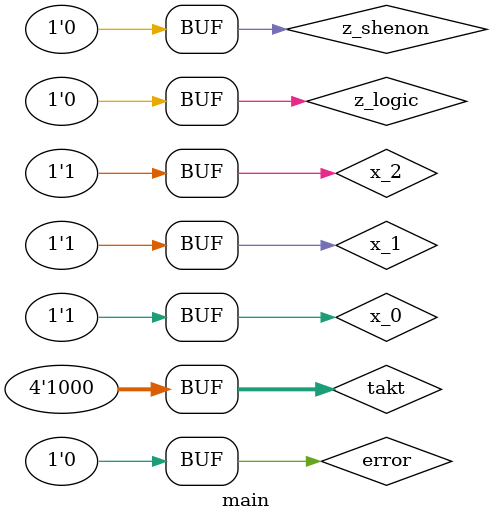
<source format=sv>

module main;
parameter truth_table= 8'b01000011;
wire  error;
reg x_0, x_1, x_2, z_logic, z_shenon, z_case, z_table;
reg [3:0] takt;

initial  begin
  x_0='b0;
  x_1='b0;
  x_2 ='b0;
  for (takt=0;takt!=8;takt=takt+1)
  begin
  #20 
   #5  x_0= takt[0];
       x_1= takt[1];
       x_2= takt[2];
  end
end

assign error = (z_logic == truth_table[{x_2, x_1, x_0}]) ? 0 : 1;

always @(x_0,x_1,x_2) 
begin         
  z_logic = (~x_0 & ~x_1 & ~x_2)|(x_0 & ~x_1 & ~x_2)|(x_2 & x_1 & ~x_0);
end

always @(x_0,x_1,x_2) 
begin
  if(x_1)
    z_shenon = (x_2) ? ~x_0 : 0;
  else
    z_shenon = (x_2) ? 0: 1;
end

always @(x_0,x_1,x_2) 
begin 
    case ({x_2, x_1, x_0})
      3'd0: z_case = 1;
      3'd1: z_case = 1;
      3'd2: z_case = 0;
      3'd3: z_case = 0;
      3'd4: z_case = 0;
      3'd5: z_case = 0;
      3'd6: z_case = 1;
      3'd7: z_case = 0;
   endcase
end

endmodule




//With triggers
/*
module main;
parameter truth_table=8'b01000011;

wire  error;
reg x_0, x_1, x_2, z1, z, z2, clock;
reg [3:0] takt;

initial  begin
  clock='b0;
  x_0='b0;
  x_1='b0;
  x_2 ='b0;
for (takt=0;takt!=8;takt=takt+1)
  begin
  #20  clock='b1;
   #5  x_0= takt[0];
       x_1= takt[1];
       x_2= takt[2];
   #5  clock = 'b0;
  end
end 	 

//D-latch with static control
/*always @(z1, clock)
begin
  if (clock)
    z = z1;
end

//D-latch with dynamic control positive edge - delay first takt
/*always @(posedge clock)
begin
    z <= z1;
end

//D-latch with dynamic control positive edge - delay second takt
always @(posedge clock)
begin
    z2 <= z;
end

assign 
    error=(z1==truth_table[{x_2, x_1, x_0}])? 0:1;
always @(x_0,x_1,x_2) 
begin         
        z1 = (~x_0 & ~x_1 & ~x_2) | (x_0 & ~x_1 & ~x_2) | (x_2 & x_1 & ~x_0);
end
endmodule

*/
</source>
